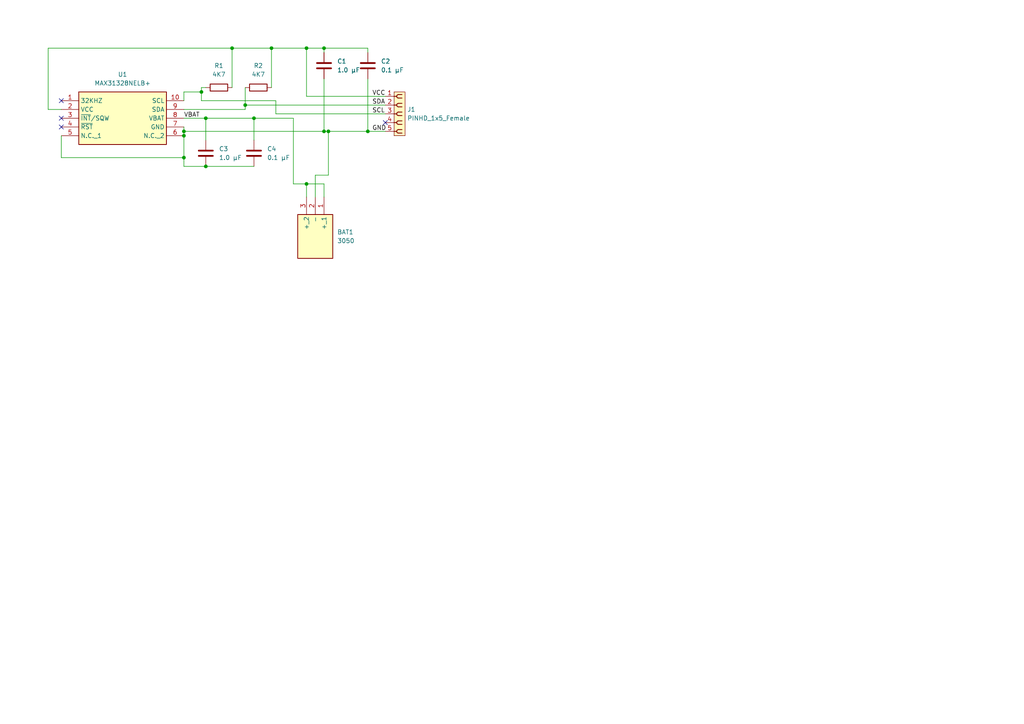
<source format=kicad_sch>
(kicad_sch (version 20231120) (generator "eeschema") (generator_version "8.0")
  (paper "A4")
  (lib_symbols
    (symbol "Device:C" (pin_numbers hide) (pin_names (offset 0.254))
      (property "Reference" "C" (at 0.635 2.54 0))
      (property "Value" "C" (at 0.635 -2.54 0))
      (symbol "C_0_1"
        (polyline (pts (xy -2.032 -0.762) (xy 2.032 -0.762)) (stroke (width 0.508)))
        (polyline (pts (xy -2.032 0.762) (xy 2.032 0.762)) (stroke (width 0.508)))
      )
      (symbol "C_1_1"
        (pin passive line (at 0 3.81 270) (length 2.794) (name "~") (number "1"))
        (pin passive line (at 0 -3.81 90) (length 2.794) (name "~") (number "2"))
      )
    )
    (symbol "PCM_Resistor_AKL:R_0402" (pin_numbers hide) (pin_names (offset 0))
      (property "Reference" "R" (at 2.54 1.27 0))
      (property "Value" "R_0402" (at 2.54 -1.27 0))
      (symbol "R_0402_0_1"
        (rectangle (start -1.016 -2.54) (end 1.016 2.54) (stroke (width 0.254)))
      )
      (symbol "R_0402_1_1"
        (pin passive line (at 0 3.81 270) (length 1.27) (name "~") (number "1"))
        (pin passive line (at 0 -3.81 90) (length 1.27) (name "~") (number "2"))
      )
    )
    (symbol "PCM_SL_Pin_Headers:PINHD_1x5_Female"
      (property "Reference" "J" (at 0 11.43 0))
      (property "Value" "PINHD_1x5_Female" (at 0 8.89 0))
      (symbol "PINHD_1x5_Female_0_1"
        (rectangle (start -1.27 6.35) (end 1.905 -6.35) (fill (type background)))
        (arc (start -0.508 -5.08) (mid -0.3592 -5.4392) (end 0 -5.588) (stroke (width 0.25)))
        (arc (start -0.508 -2.54) (mid -0.3592 -2.8992) (end 0 -3.048) (stroke (width 0.25)))
        (arc (start -0.508 0) (mid -0.3592 -0.3592) (end 0 -0.508) (stroke (width 0.25)))
        (arc (start -0.508 2.54) (mid -0.3592 2.1808) (end 0 2.032) (stroke (width 0.25)))
        (arc (start -0.508 5.08) (mid -0.3592 4.7208) (end 0 4.572) (stroke (width 0.25)))
        (arc (start 0 -4.572) (mid -0.3592 -4.7208) (end -0.508 -5.08) (stroke (width 0.25)))
        (arc (start 0 -2.032) (mid -0.3592 -2.1808) (end -0.508 -2.54) (stroke (width 0.25)))
        (polyline (pts (xy -1.27 -5.08) (xy -0.508 -5.08)) (stroke (width 0.25)))
        (polyline (pts (xy -1.27 -2.54) (xy -0.508 -2.54)) (stroke (width 0.25)))
        (polyline (pts (xy -1.27 0) (xy -0.508 0)) (stroke (width 0.25)))
        (polyline (pts (xy -1.27 2.54) (xy -0.508 2.54)) (stroke (width 0.25)))
        (polyline (pts (xy -1.27 5.08) (xy -0.508 5.08)) (stroke (width 0.25)))
        (polyline (pts (xy 0 -5.588) (xy 1.016 -5.588)) (stroke (width 0.25)))
        (polyline (pts (xy 0 -4.572) (xy 1.016 -4.572)) (stroke (width 0.25)))
        (polyline (pts (xy 0 -3.048) (xy 1.016 -3.048)) (stroke (width 0.25)))
        (polyline (pts (xy 0 -2.032) (xy 1.016 -2.032)) (stroke (width 0.25)))
        (polyline (pts (xy 0 -0.508) (xy 1.016 -0.508)) (stroke (width 0.25)))
        (polyline (pts (xy 0 0.508) (xy 1.016 0.508)) (stroke (width 0.25)))
        (polyline (pts (xy 0 2.032) (xy 1.016 2.032)) (stroke (width 0.25)))
        (polyline (pts (xy 0 3.048) (xy 1.016 3.048)) (stroke (width 0.25)))
        (polyline (pts (xy 0 4.572) (xy 1.016 4.572)) (stroke (width 0.25)))
        (polyline (pts (xy 0 5.588) (xy 1.016 5.588)) (stroke (width 0.25)))
        (arc (start 0 0.508) (mid -0.3592 0.3592) (end -0.508 0) (stroke (width 0.25)))
        (arc (start 0 3.048) (mid -0.3592 2.8992) (end -0.508 2.54) (stroke (width 0.25)))
        (arc (start 0 5.588) (mid -0.3592 5.4392) (end -0.508 5.08) (stroke (width 0.25)))
      )
      (symbol "PINHD_1x5_Female_1_1"
        (pin passive line (at -3.81 5.08 0) (length 2.54) (name "") (number "1"))
        (pin passive line (at -3.81 2.54 0) (length 2.54) (name "") (number "2"))
        (pin passive line (at -3.81 0 0) (length 2.54) (name "") (number "3"))
        (pin passive line (at -3.81 -2.54 0) (length 2.54) (name "") (number "4"))
        (pin passive line (at -3.81 -5.08 0) (length 2.54) (name "") (number "5"))
      )
    )
    (symbol "SamacSys_Parts:3050"
      (property "Reference" "U" (at 19.05 7.62 0))
      (property "Value" "3050" (at 19.05 5.08 0))
      (symbol "3050_1_1"
        (rectangle (start 5.08 2.54) (end 17.78 -7.62) (stroke (width 0.254)) (fill (type background)))
        (pin passive line (at 0 0 0) (length 5.08) (name "+_1") (number "1"))
        (pin passive line (at 0 -2.54 0) (length 5.08) (name "-") (number "2"))
        (pin passive line (at 0 -5.08 0) (length 5.08) (name "+_2") (number "3"))
      )
    )
    (symbol "SamacSys_Parts:MAX31328NELB+"
      (property "Reference" "IC" (at 31.75 7.62 0))
      (property "Value" "MAX31328NELB+" (at 31.75 5.08 0))
      (symbol "MAX31328NELB+_1_1"
        (rectangle (start 5.08 2.54) (end 30.48 -12.7) (stroke (width 0.254)) (fill (type background)))
        (pin passive line (at 0 0 0) (length 5.08) (name "32KHZ") (number "1"))
        (pin passive line (at 35.56 0 180) (length 5.08) (name "SCL") (number "10"))
        (pin passive line (at 0 -2.54 0) (length 5.08) (name "VCC") (number "2"))
        (pin passive line (at 0 -5.08 0) (length 5.08) (name "~{INT}/SQW") (number "3"))
        (pin passive line (at 0 -7.62 0) (length 5.08) (name "~{RST}") (number "4"))
        (pin passive line (at 0 -10.16 0) (length 5.08) (name "N.C._1") (number "5"))
        (pin passive line (at 35.56 -10.16 180) (length 5.08) (name "N.C._2") (number "6"))
        (pin passive line (at 35.56 -7.62 180) (length 5.08) (name "GND") (number "7"))
        (pin passive line (at 35.56 -5.08 180) (length 5.08) (name "VBAT") (number "8"))
        (pin passive line (at 35.56 -2.54 180) (length 5.08) (name "SDA") (number "9"))
      )
    )
  )
  (junction (at 58.42 26.67))
  (junction (at 78.74 13.97))
  (junction (at 93.98 13.97))
  (junction (at 73.66 34.29))
  (junction (at 106.68 38.1))
  (junction (at 59.69 48.26))
  (junction (at 71.12 30.48))
  (junction (at 53.34 45.72))
  (junction (at 53.34 38.1))
  (junction (at 53.34 39.37))
  (junction (at 88.9 13.97))
  (junction (at 67.31 13.97))
  (junction (at 88.9 53.34))
  (junction (at 95.25 38.1))
  (junction (at 93.98 38.1))
  (junction (at 59.69 34.29))
  (no_connect (at 111.76 35.56))
  (no_connect (at 17.78 36.83))
  (no_connect (at 17.78 29.21))
  (no_connect (at 17.78 34.29))
  (wire (pts (xy 59.69 34.29) (xy 59.69 40.64)))
  (wire (pts (xy 88.9 13.97) (xy 78.74 13.97)))
  (wire (pts (xy 88.9 53.34) (xy 85.09 53.34)))
  (wire (pts (xy 106.68 38.1) (xy 111.76 38.1)))
  (wire (pts (xy 93.98 22.86) (xy 93.98 38.1)))
  (wire (pts (xy 106.68 22.86) (xy 106.68 38.1)))
  (wire (pts (xy 71.12 25.4) (xy 71.12 30.48)))
  (wire (pts (xy 91.44 57.15) (xy 91.44 50.8)))
  (wire (pts (xy 95.25 38.1) (xy 106.68 38.1)))
  (wire (pts (xy 53.34 48.26) (xy 53.34 45.72)))
  (wire (pts (xy 13.97 31.75) (xy 17.78 31.75)))
  (wire (pts (xy 95.25 50.8) (xy 95.25 38.1)))
  (wire (pts (xy 93.98 57.15) (xy 93.98 53.34)))
  (wire (pts (xy 53.34 36.83) (xy 53.34 38.1)))
  (wire (pts (xy 80.01 33.02) (xy 111.76 33.02)))
  (wire (pts (xy 58.42 29.21) (xy 58.42 26.67)))
  (wire (pts (xy 58.42 26.67) (xy 58.42 25.4)))
  (wire (pts (xy 73.66 34.29) (xy 85.09 34.29)))
  (wire (pts (xy 53.34 26.67) (xy 53.34 29.21)))
  (wire (pts (xy 53.34 26.67) (xy 58.42 26.67)))
  (wire (pts (xy 53.34 34.29) (xy 59.69 34.29)))
  (wire (pts (xy 53.34 45.72) (xy 53.34 39.37)))
  (wire (pts (xy 88.9 27.94) (xy 88.9 13.97)))
  (wire (pts (xy 73.66 34.29) (xy 73.66 40.64)))
  (wire (pts (xy 78.74 13.97) (xy 67.31 13.97)))
  (wire (pts (xy 17.78 39.37) (xy 17.78 45.72)))
  (wire (pts (xy 80.01 29.21) (xy 80.01 33.02)))
  (wire (pts (xy 58.42 29.21) (xy 80.01 29.21)))
  (wire (pts (xy 58.42 25.4) (xy 59.69 25.4)))
  (wire (pts (xy 93.98 53.34) (xy 88.9 53.34)))
  (wire (pts (xy 106.68 13.97) (xy 106.68 15.24)))
  (wire (pts (xy 17.78 45.72) (xy 53.34 45.72)))
  (wire (pts (xy 53.34 31.75) (xy 71.12 31.75)))
  (wire (pts (xy 67.31 13.97) (xy 67.31 25.4)))
  (wire (pts (xy 59.69 48.26) (xy 53.34 48.26)))
  (wire (pts (xy 53.34 38.1) (xy 53.34 39.37)))
  (wire (pts (xy 13.97 13.97) (xy 13.97 31.75)))
  (wire (pts (xy 93.98 38.1) (xy 95.25 38.1)))
  (wire (pts (xy 67.31 13.97) (xy 13.97 13.97)))
  (wire (pts (xy 91.44 50.8) (xy 95.25 50.8)))
  (wire (pts (xy 59.69 34.29) (xy 73.66 34.29)))
  (wire (pts (xy 88.9 53.34) (xy 88.9 57.15)))
  (wire (pts (xy 78.74 13.97) (xy 78.74 25.4)))
  (wire (pts (xy 53.34 38.1) (xy 93.98 38.1)))
  (wire (pts (xy 71.12 30.48) (xy 111.76 30.48)))
  (wire (pts (xy 88.9 13.97) (xy 93.98 13.97)))
  (wire (pts (xy 111.76 27.94) (xy 88.9 27.94)))
  (wire (pts (xy 85.09 34.29) (xy 85.09 53.34)))
  (wire (pts (xy 93.98 13.97) (xy 106.68 13.97)))
  (wire (pts (xy 93.98 13.97) (xy 93.98 15.24)))
  (wire (pts (xy 59.69 48.26) (xy 73.66 48.26)))
  (wire (pts (xy 71.12 30.48) (xy 71.12 31.75)))
  (label "VBAT" (at 53.34 34.29 0))
  (label "SCL" (at 107.95 33.02 0))
  (label "VCC" (at 107.95 27.94 0))
  (label "SDA" (at 107.95 30.48 0))
  (label "GND" (at 107.95 38.1 0))
  (symbol (lib_id "Device:C") (at 73.66 44.45 0) (unit 1)
    (property "Reference" "C4" (at 77.47 43.1799 0) (effects (justify left)))
    (property "Value" "0.1 μF" (at 77.47 45.7199 0) (effects (justify left)))
    (property "Footprint" "PCM_Capacitor_SMD_AKL:C_0402_1005Metric" (effects (hide yes)))
    (property "Description" "Unpolarized capacitor" (effects (hide yes)))
  )
  (symbol (lib_id "PCM_Resistor_AKL:R_0402") (at 74.93 25.4 90) (unit 1)
    (property "Reference" "R2" (at 74.93 19.05 90))
    (property "Value" "4K7" (at 74.93 21.59 90))
    (property "Footprint" "PCM_Resistor_SMD_AKL:R_0402_1005Metric" (effects (hide yes)))
    (property "Description" "SMD 0402 Chip Resistor, European Symbol, Alternate KiCad Library" (effects (hide yes)))
  )
  (symbol (lib_id "PCM_Resistor_AKL:R_0402") (at 63.5 25.4 90) (unit 1)
    (property "Reference" "R1" (at 63.5 19.05 90))
    (property "Value" "4K7" (at 63.5 21.59 90))
    (property "Footprint" "PCM_Resistor_SMD_AKL:R_0402_1005Metric" (effects (hide yes)))
    (property "Description" "SMD 0402 Chip Resistor, European Symbol, Alternate KiCad Library" (effects (hide yes)))
  )
  (symbol (lib_id "SamacSys_Parts:MAX31328NELB+") (at 17.78 29.21 0) (unit 1)
    (property "Reference" "U1" (at 35.56 21.59 0))
    (property "Value" "MAX31328NELB+" (at 35.56 24.13 0))
    (property "Footprint" "MAX31328NELB" (effects (hide yes)))
    (property "Datasheet" "https://www.analog.com/MAX31328/datasheet" (effects (hide yes)))
    (property "Description" "Package: 5mm x 5mm 10-Pin LGA" (effects (hide yes)))
    (property "Height" "1.35" (effects (hide yes)))
    (property "Mouser Part Number" "700-MAX31328NELB+" (effects (hide yes)))
    (property "Mouser Price/Stock" "https://www.mouser.co.uk/ProductDetail/Analog-Devices-Maxim-Integrated/MAX31328NELB%2b?qs=GCAb4wyKXLIfd81vzdFkXA%3D%3D" (effects (hide yes)))
    (property "Manufacturer_Name" "Analog Devices" (effects (hide yes)))
    (property "Manufacturer_Part_Number" "MAX31328NELB+" (effects (hide yes)))
  )
  (symbol (lib_id "Device:C") (at 93.98 19.05 0) (unit 1)
    (property "Reference" "C1" (at 97.79 17.7799 0) (effects (justify left)))
    (property "Value" "1.0 μF" (at 97.79 20.3199 0) (effects (justify left)))
    (property "Footprint" "PCM_Capacitor_SMD_AKL:C_0402_1005Metric" (effects (hide yes)))
    (property "Description" "Unpolarized capacitor" (effects (hide yes)))
  )
  (symbol (lib_id "SamacSys_Parts:3050") (at 93.98 57.15 270) (unit 1)
    (property "Reference" "BAT1" (at 97.79 67.3099 90) (effects (justify left)))
    (property "Value" "3050" (at 97.79 69.8499 90) (effects (justify left)))
    (property "Footprint" "3050" (effects (hide yes)))
    (property "Datasheet" "https://www.mouser.in/datasheet/2/215/050-744796.pdf" (effects (hide yes)))
    (property "Description" "Battery Contacts 10MM SM COIN CELL CLIP" (effects (hide yes)))
    (property "Height" "2.95" (effects (hide yes)))
    (property "Mouser Part Number" "534-3050" (effects (hide yes)))
    (property "Mouser Price/Stock" "https://www.mouser.co.uk/ProductDetail/Keystone-Electronics/3050?qs=wOxb8XianXi%2FFCXYW7A%252BPA%3D%3D" (effects (hide yes)))
    (property "Manufacturer_Name" "Keystone Electronics" (effects (hide yes)))
    (property "Manufacturer_Part_Number" "3050" (effects (hide yes)))
  )
  (symbol (lib_id "PCM_SL_Pin_Headers:PINHD_1x5_Female") (at 115.57 33.02 0) (unit 1)
    (property "Reference" "J1" (at 118.11 31.7499 0) (effects (justify left)))
    (property "Value" "PINHD_1x5_Female" (at 118.11 34.2899 0) (effects (justify left)))
    (property "Footprint" "Connector_PinSocket_2.54mm:PinSocket_1x05_P2.54mm_Vertical" (effects (hide yes)))
    (property "Description" "Pin Header female with pin space 2.54mm. Pin Count -5" (effects (hide yes)))
  )
  (symbol (lib_id "Device:C") (at 106.68 19.05 0) (unit 1)
    (property "Reference" "C2" (at 110.49 17.7799 0) (effects (justify left)))
    (property "Value" "0.1 μF" (at 110.49 20.3199 0) (effects (justify left)))
    (property "Footprint" "PCM_Capacitor_SMD_AKL:C_0402_1005Metric" (effects (hide yes)))
    (property "Description" "Unpolarized capacitor" (effects (hide yes)))
  )
  (symbol (lib_id "Device:C") (at 59.69 44.45 0) (unit 1)
    (property "Reference" "C3" (at 63.5 43.1799 0) (effects (justify left)))
    (property "Value" "1.0 μF" (at 63.5 45.7199 0) (effects (justify left)))
    (property "Footprint" "PCM_Capacitor_SMD_AKL:C_0402_1005Metric" (effects (hide yes)))
    (property "Description" "Unpolarized capacitor" (effects (hide yes)))
  )
)
</source>
